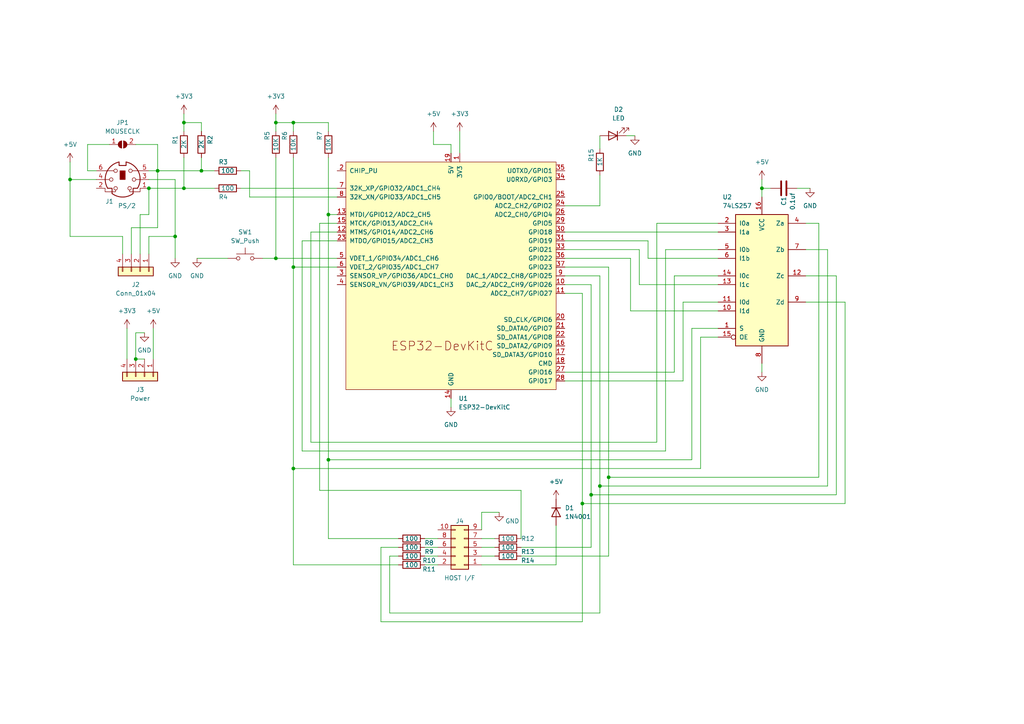
<source format=kicad_sch>
(kicad_sch (version 20230121) (generator eeschema)
  (paper "A4")
  (lib_symbols
    (symbol "74xx:74LS257" (pin_names (offset 1.016))
      (property "Reference" "U" (at -7.62 19.05 0))
      (property "Value" "74LS257" (at -7.62 -21.59 0))
      (symbol "74LS257_1_0"
        (pin input line (at -12.7 -15.24 0) (length 5.08) (name "S") (number "1"))
        (pin input line (at -12.7 -10.16 0) (length 5.08) (name "I1d") (number "10"))
        (pin input line (at -12.7 -7.62 0) (length 5.08) (name "I0d") (number "11"))
        (pin tri_state line (at 12.7 0 180) (length 5.08) (name "Zc") (number "12"))
        (pin input line (at -12.7 -2.54 0) (length 5.08) (name "I1c") (number "13"))
        (pin input line (at -12.7 0 0) (length 5.08) (name "I0c") (number "14"))
        (pin input inverted (at -12.7 -17.78 0) (length 5.08) (name "OE") (number "15"))
        (pin power_in line (at 0 22.86 270) (length 5.08) (name "VCC") (number "16"))
        (pin input line (at -12.7 15.24 0) (length 5.08) (name "I0a") (number "2"))
        (pin input line (at -12.7 12.7 0) (length 5.08) (name "I1a") (number "3"))
        (pin tri_state line (at 12.7 15.24 180) (length 5.08) (name "Za") (number "4"))
        (pin input line (at -12.7 7.62 0) (length 5.08) (name "I0b") (number "5"))
        (pin input line (at -12.7 5.08 0) (length 5.08) (name "I1b") (number "6"))
        (pin tri_state line (at 12.7 7.62 180) (length 5.08) (name "Zb") (number "7"))
        (pin power_in line (at 0 -25.4 90) (length 5.08) (name "GND") (number "8"))
        (pin tri_state line (at 12.7 -7.62 180) (length 5.08) (name "Zd") (number "9"))
      )
      (symbol "74LS257_1_1"
        (rectangle (start -7.62 17.78) (end 7.62 -20.32) (stroke (width 0.254)) (fill (type background)))
      )
    )
    (symbol "Connector:Mini-DIN-6" (pin_names (offset 1.016))
      (property "Reference" "J" (at 0 6.35 0))
      (property "Value" "Mini-DIN-6" (at 0 -6.35 0))
      (symbol "Mini-DIN-6_0_1"
        (circle (center -3.302 0) (radius 0.508))
        (arc (start -3.048 -4.064) (mid 0 -5.08) (end 3.048 -4.064) (stroke (width 0.254)))
        (circle (center -2.032 -2.54) (radius 0.508))
        (circle (center -2.032 2.54) (radius 0.508))
        (arc (start -1.016 5.08) (mid -4.6228 2.1214) (end -4.318 -2.54) (stroke (width 0.254)))
        (rectangle (start -0.762 2.54) (end 0.762 0) (fill (type outline)))
        (polyline (pts (xy -3.81 0) (xy -5.08 0)))
        (polyline (pts (xy -2.54 2.54) (xy -5.08 2.54)))
        (polyline (pts (xy 2.794 2.54) (xy 5.08 2.54)))
        (polyline (pts (xy 5.08 0) (xy 3.81 0)))
        (polyline (pts (xy -4.318 -2.54) (xy -3.048 -2.54) (xy -3.048 -4.064)) (stroke (width 0.254)))
        (polyline (pts (xy 4.318 -2.54) (xy 3.048 -2.54) (xy 3.048 -4.064)) (stroke (width 0.254)))
        (polyline (pts (xy -2.032 -3.048) (xy -2.032 -3.556) (xy -5.08 -3.556) (xy -5.08 -2.54)))
        (polyline (pts (xy -1.016 5.08) (xy -1.016 4.064) (xy 1.016 4.064) (xy 1.016 5.08)) (stroke (width 0.254)))
        (polyline (pts (xy 2.032 -3.048) (xy 2.032 -3.556) (xy 5.08 -3.556) (xy 5.08 -2.54)))
        (circle (center 2.032 -2.54) (radius 0.508))
        (circle (center 2.286 2.54) (radius 0.508))
        (circle (center 3.302 0) (radius 0.508))
        (arc (start 4.318 -2.54) (mid 4.6661 2.1322) (end 1.016 5.08) (stroke (width 0.254)))
      )
      (symbol "Mini-DIN-6_1_1"
        (pin passive line (at 7.62 -2.54 180) (length 2.54) (name "~") (number "1"))
        (pin passive line (at -7.62 -2.54 0) (length 2.54) (name "~") (number "2"))
        (pin passive line (at 7.62 0 180) (length 2.54) (name "~") (number "3"))
        (pin passive line (at -7.62 0 0) (length 2.54) (name "~") (number "4"))
        (pin passive line (at 7.62 2.54 180) (length 2.54) (name "~") (number "5"))
        (pin passive line (at -7.62 2.54 0) (length 2.54) (name "~") (number "6"))
      )
    )
    (symbol "Connector_Generic:Conn_01x04" (pin_names (offset 1.016) hide)
      (property "Reference" "J" (at 0 5.08 0))
      (property "Value" "Conn_01x04" (at 0 -7.62 0))
      (symbol "Conn_01x04_1_1"
        (rectangle (start -1.27 -4.953) (end 0 -5.207) (stroke (width 0.1524)))
        (rectangle (start -1.27 -2.413) (end 0 -2.667) (stroke (width 0.1524)))
        (rectangle (start -1.27 0.127) (end 0 -0.127) (stroke (width 0.1524)))
        (rectangle (start -1.27 2.667) (end 0 2.413) (stroke (width 0.1524)))
        (rectangle (start -1.27 3.81) (end 1.27 -6.35) (stroke (width 0.254)) (fill (type background)))
        (pin passive line (at -5.08 2.54 0) (length 3.81) (name "Pin_1") (number "1"))
        (pin passive line (at -5.08 0 0) (length 3.81) (name "Pin_2") (number "2"))
        (pin passive line (at -5.08 -2.54 0) (length 3.81) (name "Pin_3") (number "3"))
        (pin passive line (at -5.08 -5.08 0) (length 3.81) (name "Pin_4") (number "4"))
      )
    )
    (symbol "Connector_Generic:Conn_02x05_Odd_Even" (pin_names (offset 1.016) hide)
      (property "Reference" "J" (at 1.27 7.62 0))
      (property "Value" "Conn_02x05_Odd_Even" (at 1.27 -7.62 0))
      (symbol "Conn_02x05_Odd_Even_1_1"
        (rectangle (start -1.27 -4.953) (end 0 -5.207) (stroke (width 0.1524)))
        (rectangle (start -1.27 -2.413) (end 0 -2.667) (stroke (width 0.1524)))
        (rectangle (start -1.27 0.127) (end 0 -0.127) (stroke (width 0.1524)))
        (rectangle (start -1.27 2.667) (end 0 2.413) (stroke (width 0.1524)))
        (rectangle (start -1.27 5.207) (end 0 4.953) (stroke (width 0.1524)))
        (rectangle (start -1.27 6.35) (end 3.81 -6.35) (stroke (width 0.254)) (fill (type background)))
        (rectangle (start 3.81 -4.953) (end 2.54 -5.207) (stroke (width 0.1524)))
        (rectangle (start 3.81 -2.413) (end 2.54 -2.667) (stroke (width 0.1524)))
        (rectangle (start 3.81 0.127) (end 2.54 -0.127) (stroke (width 0.1524)))
        (rectangle (start 3.81 2.667) (end 2.54 2.413) (stroke (width 0.1524)))
        (rectangle (start 3.81 5.207) (end 2.54 4.953) (stroke (width 0.1524)))
        (pin passive line (at -5.08 5.08 0) (length 3.81) (name "Pin_1") (number "1"))
        (pin passive line (at 7.62 -5.08 180) (length 3.81) (name "Pin_10") (number "10"))
        (pin passive line (at 7.62 5.08 180) (length 3.81) (name "Pin_2") (number "2"))
        (pin passive line (at -5.08 2.54 0) (length 3.81) (name "Pin_3") (number "3"))
        (pin passive line (at 7.62 2.54 180) (length 3.81) (name "Pin_4") (number "4"))
        (pin passive line (at -5.08 0 0) (length 3.81) (name "Pin_5") (number "5"))
        (pin passive line (at 7.62 0 180) (length 3.81) (name "Pin_6") (number "6"))
        (pin passive line (at -5.08 -2.54 0) (length 3.81) (name "Pin_7") (number "7"))
        (pin passive line (at 7.62 -2.54 180) (length 3.81) (name "Pin_8") (number "8"))
        (pin passive line (at -5.08 -5.08 0) (length 3.81) (name "Pin_9") (number "9"))
      )
    )
    (symbol "Device:C" (pin_numbers hide) (pin_names (offset 0.254))
      (property "Reference" "C" (at 0.635 2.54 0))
      (property "Value" "C" (at 0.635 -2.54 0))
      (symbol "C_0_1"
        (polyline (pts (xy -2.032 -0.762) (xy 2.032 -0.762)) (stroke (width 0.508)))
        (polyline (pts (xy -2.032 0.762) (xy 2.032 0.762)) (stroke (width 0.508)))
      )
      (symbol "C_1_1"
        (pin passive line (at 0 3.81 270) (length 2.794) (name "~") (number "1"))
        (pin passive line (at 0 -3.81 90) (length 2.794) (name "~") (number "2"))
      )
    )
    (symbol "Device:D" (pin_numbers hide) (pin_names (offset 1.016) hide)
      (property "Reference" "D" (at 0 2.54 0))
      (property "Value" "D" (at 0 -2.54 0))
      (symbol "D_0_1"
        (polyline (pts (xy -1.27 1.27) (xy -1.27 -1.27)) (stroke (width 0.254)))
        (polyline (pts (xy 1.27 0) (xy -1.27 0)))
        (polyline (pts (xy 1.27 1.27) (xy 1.27 -1.27) (xy -1.27 0) (xy 1.27 1.27)) (stroke (width 0.254)))
      )
      (symbol "D_1_1"
        (pin passive line (at -3.81 0 0) (length 2.54) (name "K") (number "1"))
        (pin passive line (at 3.81 0 180) (length 2.54) (name "A") (number "2"))
      )
    )
    (symbol "Device:LED" (pin_numbers hide) (pin_names (offset 1.016) hide)
      (property "Reference" "D" (at 0 2.54 0))
      (property "Value" "LED" (at 0 -2.54 0))
      (symbol "LED_0_1"
        (polyline (pts (xy -1.27 -1.27) (xy -1.27 1.27)) (stroke (width 0.254)))
        (polyline (pts (xy -1.27 0) (xy 1.27 0)))
        (polyline (pts (xy 1.27 -1.27) (xy 1.27 1.27) (xy -1.27 0) (xy 1.27 -1.27)) (stroke (width 0.254)))
        (polyline (pts (xy -3.048 -0.762) (xy -4.572 -2.286) (xy -3.81 -2.286) (xy -4.572 -2.286) (xy -4.572 -1.524)))
        (polyline (pts (xy -1.778 -0.762) (xy -3.302 -2.286) (xy -2.54 -2.286) (xy -3.302 -2.286) (xy -3.302 -1.524)))
      )
      (symbol "LED_1_1"
        (pin passive line (at -3.81 0 0) (length 2.54) (name "K") (number "1"))
        (pin passive line (at 3.81 0 180) (length 2.54) (name "A") (number "2"))
      )
    )
    (symbol "Device:R" (pin_numbers hide) (pin_names (offset 0))
      (property "Reference" "R" (at 2.032 0 90))
      (property "Value" "R" (at 0 0 90))
      (symbol "R_0_1"
        (rectangle (start -1.016 -2.54) (end 1.016 2.54) (stroke (width 0.254)))
      )
      (symbol "R_1_1"
        (pin passive line (at 0 3.81 270) (length 1.27) (name "~") (number "1"))
        (pin passive line (at 0 -3.81 90) (length 1.27) (name "~") (number "2"))
      )
    )
    (symbol "Jumper:SolderJumper_2_Open" (pin_names (offset 0) hide)
      (property "Reference" "JP" (at 0 2.032 0))
      (property "Value" "SolderJumper_2_Open" (at 0 -2.54 0))
      (symbol "SolderJumper_2_Open_0_1"
        (arc (start -0.254 1.016) (mid -1.2656 0) (end -0.254 -1.016))
        (arc (start -0.254 1.016) (mid -1.2656 0) (end -0.254 -1.016) (fill (type outline)))
        (polyline (pts (xy -0.254 1.016) (xy -0.254 -1.016)))
        (polyline (pts (xy 0.254 1.016) (xy 0.254 -1.016)))
        (arc (start 0.254 -1.016) (mid 1.2656 0) (end 0.254 1.016))
        (arc (start 0.254 -1.016) (mid 1.2656 0) (end 0.254 1.016) (fill (type outline)))
      )
      (symbol "SolderJumper_2_Open_1_1"
        (pin passive line (at -3.81 0 0) (length 2.54) (name "A") (number "1"))
        (pin passive line (at 3.81 0 180) (length 2.54) (name "B") (number "2"))
      )
    )
    (symbol "PCM_Espressif:ESP32-DevKitC" (pin_names (offset 1.016))
      (property "Reference" "U" (at -30.48 38.1 0))
      (property "Value" "ESP32-DevKitC" (at -30.48 35.56 0))
      (symbol "ESP32-DevKitC_0_0"
        (text "ESP32-DevKitC" (at -2.54 -20.32 0) (effects (font (size 2.54 2.54))))
        (pin power_in line (at 0 -35.56 90) (length 2.54) (name "GND") (number "14"))
        (pin power_in line (at 0 35.56 270) (length 2.54) (name "5V") (number "19"))
      )
      (symbol "ESP32-DevKitC_0_1"
        (rectangle (start -30.48 33.02) (end 30.48 -33.02) (fill (type background)))
      )
      (symbol "ESP32-DevKitC_1_1"
        (pin power_in line (at 2.54 35.56 270) (length 2.54) (name "3V3") (number "1"))
        (pin bidirectional line (at 33.02 -2.54 180) (length 2.54) (name "DAC_2/ADC2_CH9/GPIO26") (number "10"))
        (pin bidirectional line (at 33.02 -5.08 180) (length 2.54) (name "ADC2_CH7/GPIO27") (number "11"))
        (pin bidirectional line (at -33.02 12.7 0) (length 2.54) (name "MTMS/GPIO14/ADC2_CH6") (number "12"))
        (pin bidirectional line (at -33.02 17.78 0) (length 2.54) (name "MTDI/GPIO12/ADC2_CH5") (number "13"))
        (pin bidirectional line (at -33.02 15.24 0) (length 2.54) (name "MTCK/GPIO13/ADC2_CH4") (number "15"))
        (pin bidirectional line (at 33.02 -20.32 180) (length 2.54) (name "SD_DATA2/GPIO9") (number "16"))
        (pin bidirectional line (at 33.02 -22.86 180) (length 2.54) (name "SD_DATA3/GPIO10") (number "17"))
        (pin bidirectional line (at 33.02 -25.4 180) (length 2.54) (name "CMD") (number "18"))
        (pin input line (at -33.02 30.48 0) (length 2.54) (name "CHIP_PU") (number "2"))
        (pin bidirectional line (at 33.02 -12.7 180) (length 2.54) (name "SD_CLK/GPIO6") (number "20"))
        (pin bidirectional line (at 33.02 -15.24 180) (length 2.54) (name "SD_DATA0/GPIO7") (number "21"))
        (pin bidirectional line (at 33.02 -17.78 180) (length 2.54) (name "SD_DATA1/GPIO8") (number "22"))
        (pin bidirectional line (at -33.02 10.16 0) (length 2.54) (name "MTDO/GPIO15/ADC2_CH3") (number "23"))
        (pin bidirectional line (at 33.02 20.32 180) (length 2.54) (name "ADC2_CH2/GPIO2") (number "24"))
        (pin bidirectional line (at 33.02 22.86 180) (length 2.54) (name "GPIO0/BOOT/ADC2_CH1") (number "25"))
        (pin bidirectional line (at 33.02 17.78 180) (length 2.54) (name "ADC2_CH0/GPIO4") (number "26"))
        (pin bidirectional line (at 33.02 -27.94 180) (length 2.54) (name "GPIO16") (number "27"))
        (pin bidirectional line (at 33.02 -30.48 180) (length 2.54) (name "GPIO17") (number "28"))
        (pin bidirectional line (at 33.02 15.24 180) (length 2.54) (name "GPIO5") (number "29"))
        (pin input line (at -33.02 0 0) (length 2.54) (name "SENSOR_VP/GPIO36/ADC1_CH0") (number "3"))
        (pin bidirectional line (at 33.02 12.7 180) (length 2.54) (name "GPIO18") (number "30"))
        (pin bidirectional line (at 33.02 10.16 180) (length 2.54) (name "GPIO19") (number "31"))
        (pin passive line (at 0 -35.56 90) (length 2.54) hide (name "GND") (number "32"))
        (pin bidirectional line (at 33.02 7.62 180) (length 2.54) (name "GPIO21") (number "33"))
        (pin bidirectional line (at 33.02 27.94 180) (length 2.54) (name "U0RXD/GPIO3") (number "34"))
        (pin bidirectional line (at 33.02 30.48 180) (length 2.54) (name "U0TXD/GPIO1") (number "35"))
        (pin bidirectional line (at 33.02 5.08 180) (length 2.54) (name "GPIO22") (number "36"))
        (pin bidirectional line (at 33.02 2.54 180) (length 2.54) (name "GPIO23") (number "37"))
        (pin passive line (at 0 -35.56 90) (length 2.54) hide (name "GND") (number "38"))
        (pin input line (at -33.02 -2.54 0) (length 2.54) (name "SENSOR_VN/GPIO39/ADC1_CH3") (number "4"))
        (pin input line (at -33.02 5.08 0) (length 2.54) (name "VDET_1/GPIO34/ADC1_CH6") (number "5"))
        (pin input line (at -33.02 2.54 0) (length 2.54) (name "VDET_2/GPIO35/ADC1_CH7") (number "6"))
        (pin bidirectional line (at -33.02 25.4 0) (length 2.54) (name "32K_XP/GPIO32/ADC1_CH4") (number "7"))
        (pin bidirectional line (at -33.02 22.86 0) (length 2.54) (name "32K_XN/GPIO33/ADC1_CH5") (number "8"))
        (pin bidirectional line (at 33.02 0 180) (length 2.54) (name "DAC_1/ADC2_CH8/GPIO25") (number "9"))
      )
    )
    (symbol "Switch:SW_Push" (pin_numbers hide) (pin_names (offset 1.016) hide)
      (property "Reference" "SW" (at 1.27 2.54 0))
      (property "Value" "SW_Push" (at 0 -1.524 0))
      (symbol "SW_Push_0_1"
        (circle (center -2.032 0) (radius 0.508))
        (polyline (pts (xy 0 1.27) (xy 0 3.048)))
        (polyline (pts (xy 2.54 1.27) (xy -2.54 1.27)))
        (circle (center 2.032 0) (radius 0.508))
        (pin passive line (at -5.08 0 0) (length 2.54) (name "1") (number "1"))
        (pin passive line (at 5.08 0 180) (length 2.54) (name "2") (number "2"))
      )
    )
    (symbol "power:+3V3" (power) (pin_names (offset 0))
      (property "Value" "+3V3" (at 0 3.556 0))
      (symbol "+3V3_0_1"
        (polyline (pts (xy -0.762 1.27) (xy 0 2.54)))
        (polyline (pts (xy 0 0) (xy 0 2.54)))
        (polyline (pts (xy 0 2.54) (xy 0.762 1.27)))
      )
      (symbol "+3V3_1_1"
        (pin power_in line (at 0 0 90) (length 0) hide (name "+3V3") (number "1"))
      )
    )
    (symbol "power:+5V" (power) (pin_names (offset 0))
      (property "Value" "+5V" (at 0 3.556 0))
      (symbol "+5V_0_1"
        (polyline (pts (xy -0.762 1.27) (xy 0 2.54)))
        (polyline (pts (xy 0 0) (xy 0 2.54)))
        (polyline (pts (xy 0 2.54) (xy 0.762 1.27)))
      )
      (symbol "+5V_1_1"
        (pin power_in line (at 0 0 90) (length 0) hide (name "+5V") (number "1"))
      )
    )
    (symbol "power:GND" (power) (pin_names (offset 0))
      (property "Value" "GND" (at 0 -3.81 0))
      (symbol "GND_0_1"
        (polyline (pts (xy 0 0) (xy 0 -1.27) (xy 1.27 -1.27) (xy 0 -2.54) (xy -1.27 -1.27) (xy 0 -1.27)))
      )
      (symbol "GND_1_1"
        (pin power_in line (at 0 0 270) (length 0) hide (name "GND") (number "1"))
      )
    )
  )
  (junction (at 95.25 133.35))
  (junction (at 43.18 54.61))
  (junction (at 45.72 49.53))
  (junction (at 53.34 35.56))
  (junction (at 85.09 77.47))
  (junction (at 80.01 35.56))
  (junction (at 168.91 146.05))
  (junction (at 50.8 68.58))
  (junction (at 20.32 52.07))
  (junction (at 173.99 140.97))
  (junction (at 85.09 135.89))
  (junction (at 58.42 49.53))
  (junction (at 176.53 138.43))
  (junction (at 85.09 35.56))
  (junction (at 53.34 54.61))
  (junction (at 39.37 104.14))
  (junction (at 95.25 62.23))
  (junction (at 80.01 74.93))
  (junction (at 220.98 54.61))
  (junction (at 171.45 143.51))
  (wire (pts (xy 62.23 49.53) (xy 58.42 49.53)))
  (wire (pts (xy 80.01 35.56) (xy 80.01 38.1)))
  (wire (pts (xy 203.2 135.89) (xy 85.09 135.89)))
  (wire (pts (xy 181.61 39.37) (xy 184.15 39.37)))
  (wire (pts (xy 168.91 180.34) (xy 110.49 180.34)))
  (wire (pts (xy 187.96 69.85) (xy 187.96 74.93)))
  (wire (pts (xy 31.75 41.91) (xy 25.4 41.91)))
  (wire (pts (xy 195.58 80.01) (xy 195.58 107.95)))
  (wire (pts (xy 176.53 77.47) (xy 176.53 138.43)))
  (wire (pts (xy 173.99 80.01) (xy 173.99 140.97)))
  (wire (pts (xy 208.28 87.63) (xy 198.12 87.63)))
  (wire (pts (xy 208.28 72.39) (xy 193.04 72.39)))
  (wire (pts (xy 27.94 52.07) (xy 20.32 52.07)))
  (wire (pts (xy 220.98 105.41) (xy 220.98 107.95)))
  (wire (pts (xy 240.03 140.97) (xy 173.99 140.97)))
  (wire (pts (xy 130.81 41.91) (xy 130.81 44.45)))
  (wire (pts (xy 43.18 54.61) (xy 43.18 62.23)))
  (wire (pts (xy 139.7 153.67) (xy 139.7 148.59)))
  (wire (pts (xy 58.42 45.72) (xy 58.42 49.53)))
  (wire (pts (xy 173.99 140.97) (xy 173.99 177.8)))
  (wire (pts (xy 97.79 57.15) (xy 72.39 57.15)))
  (wire (pts (xy 125.73 38.1) (xy 125.73 41.91)))
  (wire (pts (xy 151.13 158.75) (xy 171.45 158.75)))
  (wire (pts (xy 193.04 130.81) (xy 87.63 130.81)))
  (wire (pts (xy 185.42 82.55) (xy 185.42 72.39)))
  (wire (pts (xy 20.32 68.58) (xy 20.32 52.07)))
  (wire (pts (xy 92.71 64.77) (xy 92.71 142.24)))
  (wire (pts (xy 123.19 156.21) (xy 127 156.21)))
  (wire (pts (xy 139.7 158.75) (xy 143.51 158.75)))
  (wire (pts (xy 72.39 49.53) (xy 69.85 49.53)))
  (wire (pts (xy 40.64 62.23) (xy 40.64 73.66)))
  (wire (pts (xy 163.83 72.39) (xy 185.42 72.39)))
  (wire (pts (xy 208.28 64.77) (xy 190.5 64.77)))
  (wire (pts (xy 95.25 35.56) (xy 95.25 38.1)))
  (wire (pts (xy 237.49 138.43) (xy 176.53 138.43)))
  (wire (pts (xy 163.83 77.47) (xy 176.53 77.47)))
  (wire (pts (xy 143.51 161.29) (xy 139.7 161.29)))
  (wire (pts (xy 163.83 82.55) (xy 171.45 82.55)))
  (wire (pts (xy 163.83 67.31) (xy 208.28 67.31)))
  (wire (pts (xy 80.01 45.72) (xy 80.01 74.93)))
  (wire (pts (xy 242.57 143.51) (xy 171.45 143.51)))
  (wire (pts (xy 233.68 64.77) (xy 237.49 64.77)))
  (wire (pts (xy 123.19 163.83) (xy 127 163.83)))
  (wire (pts (xy 151.13 161.29) (xy 176.53 161.29)))
  (wire (pts (xy 163.83 80.01) (xy 173.99 80.01)))
  (wire (pts (xy 57.15 74.93) (xy 66.04 74.93)))
  (wire (pts (xy 133.35 38.1) (xy 133.35 44.45)))
  (wire (pts (xy 95.25 133.35) (xy 95.25 156.21)))
  (wire (pts (xy 39.37 41.91) (xy 45.72 41.91)))
  (wire (pts (xy 168.91 146.05) (xy 168.91 85.09)))
  (wire (pts (xy 208.28 82.55) (xy 185.42 82.55)))
  (wire (pts (xy 97.79 62.23) (xy 95.25 62.23)))
  (wire (pts (xy 245.11 87.63) (xy 245.11 146.05)))
  (wire (pts (xy 35.56 68.58) (xy 20.32 68.58)))
  (wire (pts (xy 233.68 80.01) (xy 242.57 80.01)))
  (wire (pts (xy 168.91 146.05) (xy 168.91 180.34)))
  (wire (pts (xy 139.7 148.59) (xy 144.78 148.59)))
  (wire (pts (xy 233.68 72.39) (xy 240.03 72.39)))
  (wire (pts (xy 240.03 72.39) (xy 240.03 140.97)))
  (wire (pts (xy 237.49 64.77) (xy 237.49 138.43)))
  (wire (pts (xy 110.49 158.75) (xy 115.57 158.75)))
  (wire (pts (xy 85.09 135.89) (xy 85.09 77.47)))
  (wire (pts (xy 43.18 68.58) (xy 50.8 68.58)))
  (wire (pts (xy 203.2 97.79) (xy 203.2 135.89)))
  (wire (pts (xy 163.83 110.49) (xy 198.12 110.49)))
  (wire (pts (xy 39.37 104.14) (xy 41.91 104.14)))
  (wire (pts (xy 113.03 177.8) (xy 113.03 161.29)))
  (wire (pts (xy 85.09 163.83) (xy 85.09 135.89)))
  (wire (pts (xy 35.56 68.58) (xy 35.56 73.66)))
  (wire (pts (xy 168.91 85.09) (xy 163.83 85.09)))
  (wire (pts (xy 85.09 77.47) (xy 85.09 45.72)))
  (wire (pts (xy 123.19 161.29) (xy 127 161.29)))
  (wire (pts (xy 80.01 74.93) (xy 97.79 74.93)))
  (wire (pts (xy 58.42 49.53) (xy 45.72 49.53)))
  (wire (pts (xy 38.1 66.04) (xy 38.1 73.66)))
  (wire (pts (xy 43.18 54.61) (xy 53.34 54.61)))
  (wire (pts (xy 72.39 57.15) (xy 72.39 49.53)))
  (wire (pts (xy 139.7 156.21) (xy 143.51 156.21)))
  (wire (pts (xy 44.45 95.25) (xy 44.45 104.14)))
  (wire (pts (xy 95.25 156.21) (xy 115.57 156.21)))
  (wire (pts (xy 85.09 77.47) (xy 97.79 77.47)))
  (wire (pts (xy 200.66 95.25) (xy 200.66 133.35)))
  (wire (pts (xy 76.2 74.93) (xy 80.01 74.93)))
  (wire (pts (xy 220.98 54.61) (xy 220.98 57.15)))
  (wire (pts (xy 39.37 104.14) (xy 39.37 96.52)))
  (wire (pts (xy 130.81 115.57) (xy 130.81 118.11)))
  (wire (pts (xy 163.83 69.85) (xy 187.96 69.85)))
  (wire (pts (xy 97.79 64.77) (xy 92.71 64.77)))
  (wire (pts (xy 53.34 35.56) (xy 58.42 35.56)))
  (wire (pts (xy 242.57 80.01) (xy 242.57 143.51)))
  (wire (pts (xy 39.37 96.52) (xy 41.91 96.52)))
  (wire (pts (xy 80.01 35.56) (xy 85.09 35.56)))
  (wire (pts (xy 25.4 49.53) (xy 27.94 49.53)))
  (wire (pts (xy 163.83 107.95) (xy 195.58 107.95)))
  (wire (pts (xy 53.34 54.61) (xy 62.23 54.61)))
  (wire (pts (xy 85.09 35.56) (xy 95.25 35.56)))
  (wire (pts (xy 53.34 45.72) (xy 53.34 54.61)))
  (wire (pts (xy 176.53 161.29) (xy 176.53 138.43)))
  (wire (pts (xy 208.28 80.01) (xy 195.58 80.01)))
  (wire (pts (xy 85.09 35.56) (xy 85.09 38.1)))
  (wire (pts (xy 245.11 146.05) (xy 168.91 146.05)))
  (wire (pts (xy 90.17 128.27) (xy 90.17 67.31)))
  (wire (pts (xy 53.34 35.56) (xy 53.34 38.1)))
  (wire (pts (xy 151.13 142.24) (xy 92.71 142.24)))
  (wire (pts (xy 193.04 72.39) (xy 193.04 130.81)))
  (wire (pts (xy 173.99 39.37) (xy 173.99 43.18)))
  (wire (pts (xy 190.5 64.77) (xy 190.5 128.27)))
  (wire (pts (xy 208.28 95.25) (xy 200.66 95.25)))
  (wire (pts (xy 95.25 62.23) (xy 95.25 133.35)))
  (wire (pts (xy 69.85 54.61) (xy 97.79 54.61)))
  (wire (pts (xy 173.99 177.8) (xy 113.03 177.8)))
  (wire (pts (xy 198.12 87.63) (xy 198.12 110.49)))
  (wire (pts (xy 125.73 41.91) (xy 130.81 41.91)))
  (wire (pts (xy 123.19 158.75) (xy 127 158.75)))
  (wire (pts (xy 45.72 41.91) (xy 45.72 49.53)))
  (wire (pts (xy 208.28 90.17) (xy 182.88 90.17)))
  (wire (pts (xy 45.72 49.53) (xy 43.18 49.53)))
  (wire (pts (xy 50.8 52.07) (xy 50.8 68.58)))
  (wire (pts (xy 171.45 82.55) (xy 171.45 143.51)))
  (wire (pts (xy 90.17 67.31) (xy 97.79 67.31)))
  (wire (pts (xy 53.34 33.02) (xy 53.34 35.56)))
  (wire (pts (xy 25.4 41.91) (xy 25.4 49.53)))
  (wire (pts (xy 220.98 54.61) (xy 223.52 54.61)))
  (wire (pts (xy 40.64 62.23) (xy 43.18 62.23)))
  (wire (pts (xy 80.01 33.02) (xy 80.01 35.56)))
  (wire (pts (xy 171.45 143.51) (xy 171.45 158.75)))
  (wire (pts (xy 231.14 54.61) (xy 234.95 54.61)))
  (wire (pts (xy 58.42 35.56) (xy 58.42 38.1)))
  (wire (pts (xy 45.72 66.04) (xy 45.72 49.53)))
  (wire (pts (xy 43.18 73.66) (xy 43.18 68.58)))
  (wire (pts (xy 95.25 45.72) (xy 95.25 62.23)))
  (wire (pts (xy 38.1 66.04) (xy 45.72 66.04)))
  (wire (pts (xy 151.13 156.21) (xy 151.13 142.24)))
  (wire (pts (xy 187.96 74.93) (xy 208.28 74.93)))
  (wire (pts (xy 208.28 97.79) (xy 203.2 97.79)))
  (wire (pts (xy 163.83 59.69) (xy 173.99 59.69)))
  (wire (pts (xy 113.03 161.29) (xy 115.57 161.29)))
  (wire (pts (xy 20.32 52.07) (xy 20.32 46.99)))
  (wire (pts (xy 36.83 95.25) (xy 36.83 104.14)))
  (wire (pts (xy 190.5 128.27) (xy 90.17 128.27)))
  (wire (pts (xy 43.18 52.07) (xy 50.8 52.07)))
  (wire (pts (xy 87.63 69.85) (xy 97.79 69.85)))
  (wire (pts (xy 182.88 90.17) (xy 182.88 74.93)))
  (wire (pts (xy 110.49 180.34) (xy 110.49 158.75)))
  (wire (pts (xy 233.68 87.63) (xy 245.11 87.63)))
  (wire (pts (xy 220.98 52.07) (xy 220.98 54.61)))
  (wire (pts (xy 161.29 152.4) (xy 161.29 163.83)))
  (wire (pts (xy 87.63 130.81) (xy 87.63 69.85)))
  (wire (pts (xy 50.8 68.58) (xy 50.8 74.93)))
  (wire (pts (xy 163.83 74.93) (xy 182.88 74.93)))
  (wire (pts (xy 173.99 50.8) (xy 173.99 59.69)))
  (wire (pts (xy 200.66 133.35) (xy 95.25 133.35)))
  (wire (pts (xy 139.7 163.83) (xy 161.29 163.83)))
  (wire (pts (xy 115.57 163.83) (xy 85.09 163.83)))
  (symbol (lib_id "Device:R") (at 147.32 156.21 90) (unit 1)
    (property "Reference" "R12" (at 151.13 156.21 90) (effects (justify right)))
    (property "Value" "100" (at 147.32 156.21 90))
    (property "Footprint" "Resistor_THT:R_Axial_DIN0204_L3.6mm_D1.6mm_P7.62mm_Horizontal" (effects hide))
  )
  (symbol (lib_id "PCM_Espressif:ESP32-DevKitC") (at 130.81 80.01 0) (unit 1)
    (property "Reference" "U1" (at 133.0041 115.57 0) (effects (justify left)))
    (property "Value" "ESP32-DevKitC" (at 133.0041 118.11 0) (effects (justify left)))
    (property "Footprint" "PCM_Espressif:ESP32-DevKitC" (effects hide))
    (property "Datasheet" "https://docs.espressif.com/projects/esp-idf/zh_CN/latest/esp32/hw-reference/esp32/get-started-devkitc.html" (effects hide))
  )
  (symbol (lib_id "power:+3V3") (at 80.01 33.02 0) (unit 1)
    (property "Reference" "#PWR08" (effects hide))
    (property "Value" "+3V3" (at 80.01 27.94 0))
  )
  (symbol (lib_id "Device:R") (at 66.04 54.61 90) (unit 1)
    (property "Reference" "R4" (at 64.77 57.15 90))
    (property "Value" "100" (at 66.04 54.61 90))
    (property "Footprint" "Resistor_THT:R_Axial_DIN0204_L3.6mm_D1.6mm_P7.62mm_Horizontal" (effects hide))
  )
  (symbol (lib_id "74xx:74LS257") (at 220.98 80.01 0) (unit 1)
    (property "Reference" "U2" (at 209.55 57.15 0) (effects (justify left)))
    (property "Value" "74LS257" (at 209.55 59.69 0) (effects (justify left)))
    (property "Footprint" "Package_DIP:DIP-16_W7.62mm_Socket" (effects hide))
    (property "Datasheet" "http://www.ti.com/lit/gpn/sn74LS257" (effects hide))
  )
  (symbol (lib_id "power:GND") (at 144.78 148.59 0) (unit 1)
    (property "Reference" "#PWR012" (effects hide))
    (property "Value" "GND" (at 148.59 151.13 0))
  )
  (symbol (lib_id "Device:R") (at 53.34 41.91 0) (unit 1)
    (property "Reference" "R1" (at 50.8 41.91 90) (effects (justify left)))
    (property "Value" "2K" (at 53.34 43.18 90) (effects (justify left)))
    (property "Footprint" "Resistor_THT:R_Axial_DIN0204_L3.6mm_D1.6mm_P7.62mm_Horizontal" (effects hide))
  )
  (symbol (lib_id "power:+3V3") (at 53.34 33.02 0) (unit 1)
    (property "Reference" "#PWR06" (effects hide))
    (property "Value" "+3V3" (at 53.34 27.94 0))
  )
  (symbol (lib_id "Device:R") (at 173.99 46.99 180) (unit 1)
    (property "Reference" "R15" (at 171.45 46.99 90) (effects (justify right)))
    (property "Value" "1K" (at 173.99 48.26 90) (effects (justify right)))
    (property "Footprint" "Resistor_THT:R_Axial_DIN0204_L3.6mm_D1.6mm_P7.62mm_Horizontal" (effects hide))
  )
  (symbol (lib_id "Connector_Generic:Conn_01x04") (at 41.91 109.22 270) (unit 1)
    (property "Reference" "J3" (at 40.64 113.03 90))
    (property "Value" "Power" (at 40.64 115.57 90))
    (property "Footprint" "Connector_PinHeader_2.54mm:PinHeader_1x04_P2.54mm_Vertical" (effects hide))
  )
  (symbol (lib_id "power:+5V") (at 20.32 46.99 0) (unit 1)
    (property "Reference" "#PWR01" (effects hide))
    (property "Value" "+5V" (at 20.32 41.91 0))
  )
  (symbol (lib_id "Device:R") (at 58.42 41.91 0) (unit 1)
    (property "Reference" "R2" (at 60.96 41.91 90) (effects (justify left)))
    (property "Value" "2K" (at 58.42 43.18 90) (effects (justify left)))
    (property "Footprint" "Resistor_THT:R_Axial_DIN0204_L3.6mm_D1.6mm_P7.62mm_Horizontal" (effects hide))
  )
  (symbol (lib_id "Device:D") (at 161.29 148.59 270) (unit 1)
    (property "Reference" "D1" (at 163.83 147.32 90) (effects (justify left)))
    (property "Value" "1N4001" (at 163.83 149.86 90) (effects (justify left)))
    (property "Footprint" "Diode_THT:D_DO-34_SOD68_P7.62mm_Horizontal" (effects hide))
    (property "Sim.Device" "D" (effects hide))
    (property "Sim.Pins" "1=K 2=A" (effects hide))
  )
  (symbol (lib_id "power:+3V3") (at 36.83 95.25 0) (unit 1)
    (property "Reference" "#PWR02" (effects hide))
    (property "Value" "+3V3" (at 36.83 90.17 0))
  )
  (symbol (lib_id "power:GND") (at 130.81 118.11 0) (unit 1)
    (property "Reference" "#PWR010" (effects hide))
    (property "Value" "GND" (at 130.81 123.19 0))
  )
  (symbol (lib_id "power:GND") (at 41.91 96.52 0) (unit 1)
    (property "Reference" "#PWR03" (effects hide))
    (property "Value" "GND" (at 41.91 101.6 0))
  )
  (symbol (lib_id "Device:R") (at 147.32 161.29 90) (unit 1)
    (property "Reference" "R14" (at 151.13 162.56 90) (effects (justify right)))
    (property "Value" "100" (at 147.32 161.29 90))
    (property "Footprint" "Resistor_THT:R_Axial_DIN0204_L3.6mm_D1.6mm_P7.62mm_Horizontal" (effects hide))
  )
  (symbol (lib_id "power:GND") (at 234.95 54.61 0) (unit 1)
    (property "Reference" "#PWR017" (effects hide))
    (property "Value" "GND" (at 234.95 59.69 0))
  )
  (symbol (lib_id "Device:R") (at 95.25 41.91 0) (unit 1)
    (property "Reference" "R7" (at 92.71 39.37 90))
    (property "Value" "10K" (at 95.25 41.91 90))
    (property "Footprint" "Resistor_THT:R_Axial_DIN0204_L3.6mm_D1.6mm_P7.62mm_Horizontal" (effects hide))
  )
  (symbol (lib_id "power:+3V3") (at 133.35 38.1 0) (unit 1)
    (property "Reference" "#PWR011" (effects hide))
    (property "Value" "+3V3" (at 133.35 33.02 0))
  )
  (symbol (lib_id "Device:R") (at 85.09 41.91 0) (unit 1)
    (property "Reference" "R6" (at 82.55 39.37 90))
    (property "Value" "10K" (at 85.09 41.91 90))
    (property "Footprint" "Resistor_THT:R_Axial_DIN0204_L3.6mm_D1.6mm_P7.62mm_Horizontal" (effects hide))
  )
  (symbol (lib_id "Device:R") (at 119.38 161.29 90) (unit 1)
    (property "Reference" "R10" (at 124.46 162.56 90))
    (property "Value" "100" (at 119.38 161.29 90))
    (property "Footprint" "Resistor_THT:R_Axial_DIN0204_L3.6mm_D1.6mm_P7.62mm_Horizontal" (effects hide))
  )
  (symbol (lib_id "Jumper:SolderJumper_2_Open") (at 35.56 41.91 0) (unit 1)
    (property "Reference" "JP1" (at 35.56 35.56 0))
    (property "Value" "MOUSECLK" (at 35.56 38.1 0))
    (property "Footprint" "Jumper:SolderJumper-2_P1.3mm_Open_RoundedPad1.0x1.5mm" (effects hide))
  )
  (symbol (lib_id "Device:C") (at 227.33 54.61 90) (unit 1)
    (property "Reference" "C1" (at 227.33 59.69 0) (effects (justify left)))
    (property "Value" "0.1uf" (at 229.87 60.96 0) (effects (justify left)))
    (property "Footprint" "Capacitor_THT:C_Disc_D4.3mm_W1.9mm_P5.00mm" (effects hide))
  )
  (symbol (lib_id "Connector_Generic:Conn_02x05_Odd_Even") (at 134.62 158.75 180) (unit 1)
    (property "Reference" "J4" (at 133.35 151.13 0))
    (property "Value" "HOST I/F" (at 133.35 167.64 0))
    (property "Footprint" "Connector_PinHeader_2.54mm:PinHeader_2x05_P2.54mm_Horizontal" (effects hide))
  )
  (symbol (lib_id "power:+5V") (at 161.29 144.78 0) (unit 1)
    (property "Reference" "#PWR013" (effects hide))
    (property "Value" "+5V" (at 161.29 139.7 0))
  )
  (symbol (lib_id "Device:R") (at 119.38 163.83 90) (unit 1)
    (property "Reference" "R11" (at 124.46 165.1 90))
    (property "Value" "100" (at 119.38 163.83 90))
    (property "Footprint" "Resistor_THT:R_Axial_DIN0204_L3.6mm_D1.6mm_P7.62mm_Horizontal" (effects hide))
  )
  (symbol (lib_id "Connector:Mini-DIN-6") (at 35.56 52.07 0) (unit 1)
    (property "Reference" "J1" (at 31.75 58.42 0))
    (property "Value" "PS/2" (at 36.83 59.69 0))
    (property "Footprint" "SharpKeyQ:Connector_Mini-DIN_Female_6Pin_2rows" (effects hide))
    (property "Datasheet" "http://service.powerdynamics.com/ec/Catalog17/Section%2011.pdf" (effects hide))
  )
  (symbol (lib_id "power:+5V") (at 220.98 52.07 0) (unit 1)
    (property "Reference" "#PWR015" (effects hide))
    (property "Value" "+5V" (at 220.98 46.99 0))
  )
  (symbol (lib_id "power:GND") (at 50.8 74.93 0) (unit 1)
    (property "Reference" "#PWR05" (effects hide))
    (property "Value" "GND" (at 50.8 80.01 0))
  )
  (symbol (lib_id "power:GND") (at 184.15 39.37 0) (unit 1)
    (property "Reference" "#PWR014" (effects hide))
    (property "Value" "GND" (at 184.15 44.45 0))
  )
  (symbol (lib_id "power:+5V") (at 44.45 95.25 0) (unit 1)
    (property "Reference" "#PWR04" (effects hide))
    (property "Value" "+5V" (at 44.45 90.17 0))
  )
  (symbol (lib_id "power:GND") (at 57.15 74.93 0) (unit 1)
    (property "Reference" "#PWR07" (effects hide))
    (property "Value" "GND" (at 57.15 80.01 0))
  )
  (symbol (lib_id "Connector_Generic:Conn_01x04") (at 40.64 78.74 270) (unit 1)
    (property "Reference" "J2" (at 39.37 82.55 90))
    (property "Value" "Conn_01x04" (at 39.37 85.09 90))
    (property "Footprint" "Connector_PinHeader_2.54mm:PinHeader_1x04_P2.54mm_Vertical" (effects hide))
  )
  (symbol (lib_id "power:+5V") (at 125.73 38.1 0) (unit 1)
    (property "Reference" "#PWR09" (effects hide))
    (property "Value" "+5V" (at 125.73 33.02 0))
  )
  (symbol (lib_id "Device:R") (at 147.32 158.75 90) (unit 1)
    (property "Reference" "R13" (at 151.13 160.02 90) (effects (justify right)))
    (property "Value" "100" (at 147.32 158.75 90))
    (property "Footprint" "Resistor_THT:R_Axial_DIN0204_L3.6mm_D1.6mm_P7.62mm_Horizontal" (effects hide))
  )
  (symbol (lib_id "Device:R") (at 119.38 158.75 90) (unit 1)
    (property "Reference" "R9" (at 124.46 160.02 90))
    (property "Value" "100" (at 119.38 158.75 90))
    (property "Footprint" "Resistor_THT:R_Axial_DIN0204_L3.6mm_D1.6mm_P7.62mm_Horizontal" (effects hide))
  )
  (symbol (lib_id "Device:R") (at 119.38 156.21 90) (unit 1)
    (property "Reference" "R8" (at 124.46 157.48 90))
    (property "Value" "100" (at 119.38 156.21 90))
    (property "Footprint" "Resistor_THT:R_Axial_DIN0204_L3.6mm_D1.6mm_P7.62mm_Horizontal" (effects hide))
  )
  (symbol (lib_id "Device:LED") (at 177.8 39.37 180) (unit 1)
    (property "Reference" "D2" (at 179.3875 31.75 0))
    (property "Value" "LED" (at 179.3875 34.29 0))
    (property "Footprint" "LED_THT:LED_D3.0mm" (effects hide))
  )
  (symbol (lib_id "Switch:SW_Push") (at 71.12 74.93 0) (mirror y) (unit 1)
    (property "Reference" "SW1" (at 71.12 67.31 0))
    (property "Value" "SW_Push" (at 71.12 69.85 0))
    (property "Footprint" "Button_Switch_THT:SW_Tactile_SKHH_Angled" (effects hide))
  )
  (symbol (lib_id "Device:R") (at 66.04 49.53 90) (unit 1)
    (property "Reference" "R3" (at 64.77 46.99 90))
    (property "Value" "100" (at 66.04 49.53 90))
    (property "Footprint" "Resistor_THT:R_Axial_DIN0204_L3.6mm_D1.6mm_P7.62mm_Horizontal" (effects hide))
  )
  (symbol (lib_id "power:GND") (at 220.98 107.95 0) (unit 1)
    (property "Reference" "#PWR016" (effects hide))
    (property "Value" "GND" (at 220.98 113.03 0))
  )
  (symbol (lib_id "Device:R") (at 80.01 41.91 0) (unit 1)
    (property "Reference" "R5" (at 77.47 39.37 90))
    (property "Value" "10K" (at 80.01 41.91 90))
    (property "Footprint" "Resistor_THT:R_Axial_DIN0204_L3.6mm_D1.6mm_P7.62mm_Horizontal" (effects hide))
  )
)
</source>
